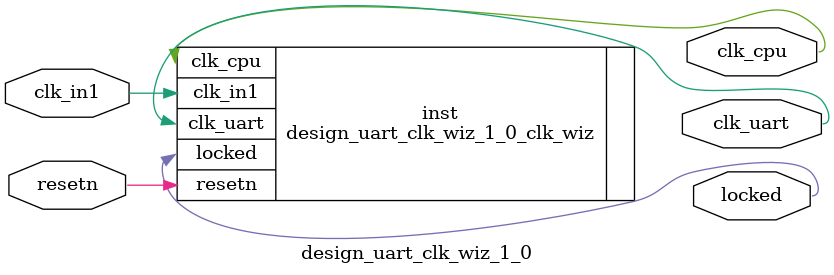
<source format=v>


`timescale 1ps/1ps

(* CORE_GENERATION_INFO = "design_uart_clk_wiz_1_0,clk_wiz_v6_0_0_0,{component_name=design_uart_clk_wiz_1_0,use_phase_alignment=true,use_min_o_jitter=false,use_max_i_jitter=false,use_dyn_phase_shift=false,use_inclk_switchover=false,use_dyn_reconfig=false,enable_axi=0,feedback_source=FDBK_AUTO,PRIMITIVE=MMCM,num_out_clk=2,clkin1_period=10.000,clkin2_period=10.000,use_power_down=false,use_reset=true,use_locked=true,use_inclk_stopped=false,feedback_type=SINGLE,CLOCK_MGR_TYPE=NA,manual_override=false}" *)

module design_uart_clk_wiz_1_0 
 (
  // Clock out ports
  output        clk_cpu,
  output        clk_uart,
  // Status and control signals
  input         resetn,
  output        locked,
 // Clock in ports
  input         clk_in1
 );

  design_uart_clk_wiz_1_0_clk_wiz inst
  (
  // Clock out ports  
  .clk_cpu(clk_cpu),
  .clk_uart(clk_uart),
  // Status and control signals               
  .resetn(resetn), 
  .locked(locked),
 // Clock in ports
  .clk_in1(clk_in1)
  );

endmodule

</source>
